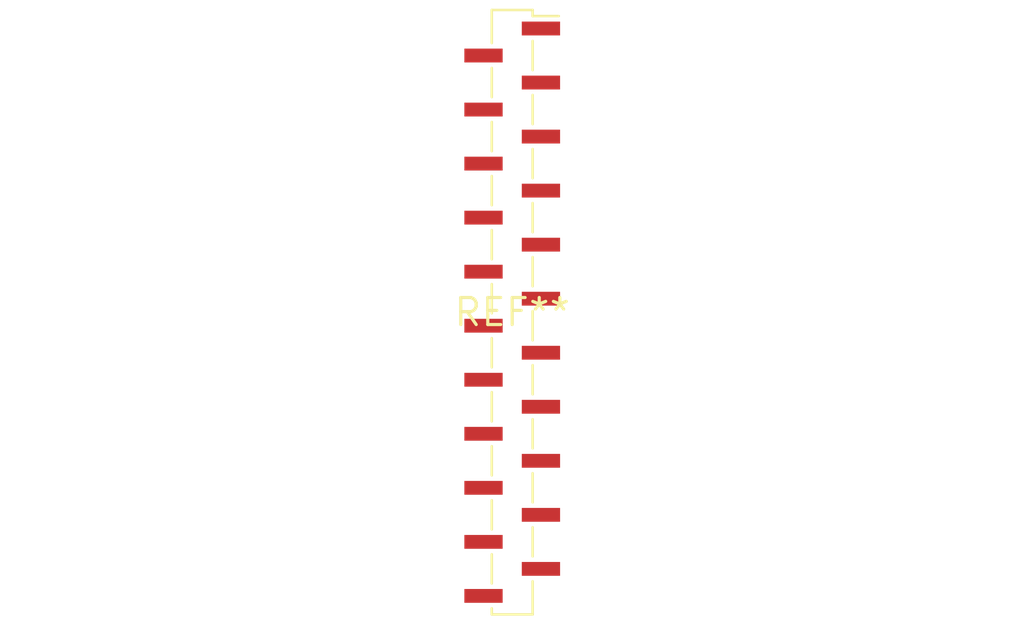
<source format=kicad_pcb>
(kicad_pcb (version 20240108) (generator pcbnew)
  (layers (0 "F.Cu" signal) (31 "B.Cu" signal) (34 "B.Paste" user) (35 "F.Paste" user) (36 "B.SilkS" user "B.Silkscreen") (37 "F.SilkS" user "F.Silkscreen") (38 "B.Mask" user) (39 "F.Mask" user) (44 "Edge.Cuts" user))
  (net 0 "")
  (footprint "PinSocket_1x22_P1.27mm_Vertical_SMD_Pin1Right" (layer "F.Cu") (at 0 0)
    (property "Reference" "REF**")
    (property "Value" "PinSocket_1x22_P1.27mm_Vertical_SMD_Pin1Right")
    (fp_line (start -0.96 -14.205) (end -0.96 -12.65) (layer "F.SilkS") (stroke (width 0.12)))
    (fp_line (start -0.96 -14.205) (end 0.96 -14.205) (layer "F.SilkS") (stroke (width 0.12)))
    (fp_line (start -0.96 -11.48) (end -0.96 -10.11) (layer "F.SilkS") (stroke (width 0.12)))
    (fp_line (start -0.96 -8.94) (end -0.96 -7.57) (layer "F.SilkS") (stroke (width 0.12)))
    (fp_line (start -0.96 -6.4) (end -0.96 -5.03) (layer "F.SilkS") (stroke (width 0.12)))
    (fp_line (start -0.96 -3.86) (end -0.96 -2.49) (layer "F.SilkS") (stroke (width 0.12)))
    (fp_line (start -0.96 -1.32) (end -0.96 0.05) (layer "F.SilkS") (stroke (width 0.12)))
    (fp_line (start -0.96 1.22) (end -0.96 2.59) (layer "F.SilkS") (stroke (width 0.12)))
    (fp_line (start -0.96 3.76) (end -0.96 5.13) (layer "F.SilkS") (stroke (width 0.12)))
    (fp_line (start -0.96 6.3) (end -0.96 7.67) (layer "F.SilkS") (stroke (width 0.12)))
    (fp_line (start -0.96 8.84) (end -0.96 10.21) (layer "F.SilkS") (stroke (width 0.12)))
    (fp_line (start -0.96 11.38) (end -0.96 12.75) (layer "F.SilkS") (stroke (width 0.12)))
    (fp_line (start -0.96 13.92) (end -0.96 14.205) (layer "F.SilkS") (stroke (width 0.12)))
    (fp_line (start -0.96 14.205) (end 0.96 14.205) (layer "F.SilkS") (stroke (width 0.12)))
    (fp_line (start 0.96 -14.205) (end 0.96 -13.92) (layer "F.SilkS") (stroke (width 0.12)))
    (fp_line (start 0.96 -13.92) (end 2.19 -13.92) (layer "F.SilkS") (stroke (width 0.12)))
    (fp_line (start 0.96 -12.75) (end 0.96 -11.38) (layer "F.SilkS") (stroke (width 0.12)))
    (fp_line (start 0.96 -10.21) (end 0.96 -8.84) (layer "F.SilkS") (stroke (width 0.12)))
    (fp_line (start 0.96 -7.67) (end 0.96 -6.3) (layer "F.SilkS") (stroke (width 0.12)))
    (fp_line (start 0.96 -5.13) (end 0.96 -3.76) (layer "F.SilkS") (stroke (width 0.12)))
    (fp_line (start 0.96 -2.59) (end 0.96 -1.22) (layer "F.SilkS") (stroke (width 0.12)))
    (fp_line (start 0.96 -0.05) (end 0.96 1.32) (layer "F.SilkS") (stroke (width 0.12)))
    (fp_line (start 0.96 2.49) (end 0.96 3.86) (layer "F.SilkS") (stroke (width 0.12)))
    (fp_line (start 0.96 5.03) (end 0.96 6.4) (layer "F.SilkS") (stroke (width 0.12)))
    (fp_line (start 0.96 7.57) (end 0.96 8.94) (layer "F.SilkS") (stroke (width 0.12)))
    (fp_line (start 0.96 10.11) (end 0.96 11.48) (layer "F.SilkS") (stroke (width 0.12)))
    (fp_line (start 0.96 12.65) (end 0.96 14.205) (layer "F.SilkS") (stroke (width 0.12)))
    (pad "1" smd rect (at 1.35 -13.335) (size 1.8 0.65) (layers "F.Cu" "F.Paste" "F.Mask"))
    (pad "2" smd rect (at -1.35 -12.065) (size 1.8 0.65) (layers "F.Cu" "F.Paste" "F.Mask"))
    (pad "3" smd rect (at 1.35 -10.795) (size 1.8 0.65) (layers "F.Cu" "F.Paste" "F.Mask"))
    (pad "4" smd rect (at -1.35 -9.525) (size 1.8 0.65) (layers "F.Cu" "F.Paste" "F.Mask"))
    (pad "5" smd rect (at 1.35 -8.255) (size 1.8 0.65) (layers "F.Cu" "F.Paste" "F.Mask"))
    (pad "6" smd rect (at -1.35 -6.985) (size 1.8 0.65) (layers "F.Cu" "F.Paste" "F.Mask"))
    (pad "7" smd rect (at 1.35 -5.715) (size 1.8 0.65) (layers "F.Cu" "F.Paste" "F.Mask"))
    (pad "8" smd rect (at -1.35 -4.445) (size 1.8 0.65) (layers "F.Cu" "F.Paste" "F.Mask"))
    (pad "9" smd rect (at 1.35 -3.175) (size 1.8 0.65) (layers "F.Cu" "F.Paste" "F.Mask"))
    (pad "10" smd rect (at -1.35 -1.905) (size 1.8 0.65) (layers "F.Cu" "F.Paste" "F.Mask"))
    (pad "11" smd rect (at 1.35 -0.635) (size 1.8 0.65) (layers "F.Cu" "F.Paste" "F.Mask"))
    (pad "12" smd rect (at -1.35 0.635) (size 1.8 0.65) (layers "F.Cu" "F.Paste" "F.Mask"))
    (pad "13" smd rect (at 1.35 1.905) (size 1.8 0.65) (layers "F.Cu" "F.Paste" "F.Mask"))
    (pad "14" smd rect (at -1.35 3.175) (size 1.8 0.65) (layers "F.Cu" "F.Paste" "F.Mask"))
    (pad "15" smd rect (at 1.35 4.445) (size 1.8 0.65) (layers "F.Cu" "F.Paste" "F.Mask"))
    (pad "16" smd rect (at -1.35 5.715) (size 1.8 0.65) (layers "F.Cu" "F.Paste" "F.Mask"))
    (pad "17" smd rect (at 1.35 6.985) (size 1.8 0.65) (layers "F.Cu" "F.Paste" "F.Mask"))
    (pad "18" smd rect (at -1.35 8.255) (size 1.8 0.65) (layers "F.Cu" "F.Paste" "F.Mask"))
    (pad "19" smd rect (at 1.35 9.525) (size 1.8 0.65) (layers "F.Cu" "F.Paste" "F.Mask"))
    (pad "20" smd rect (at -1.35 10.795) (size 1.8 0.65) (layers "F.Cu" "F.Paste" "F.Mask"))
    (pad "21" smd rect (at 1.35 12.065) (size 1.8 0.65) (layers "F.Cu" "F.Paste" "F.Mask"))
    (pad "22" smd rect (at -1.35 13.335) (size 1.8 0.65) (layers "F.Cu" "F.Paste" "F.Mask"))
  )
)
</source>
